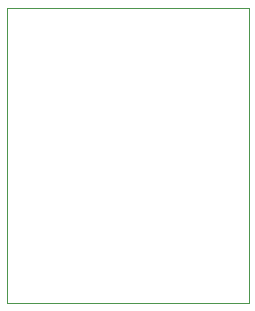
<source format=gbr>
%TF.GenerationSoftware,KiCad,Pcbnew,(6.0.8-1)-1*%
%TF.CreationDate,2023-07-28T17:56:29-05:00*%
%TF.ProjectId,FSR Adaptor,46535220-4164-4617-9074-6f722e6b6963,rev?*%
%TF.SameCoordinates,Original*%
%TF.FileFunction,Profile,NP*%
%FSLAX46Y46*%
G04 Gerber Fmt 4.6, Leading zero omitted, Abs format (unit mm)*
G04 Created by KiCad (PCBNEW (6.0.8-1)-1) date 2023-07-28 17:56:29*
%MOMM*%
%LPD*%
G01*
G04 APERTURE LIST*
%TA.AperFunction,Profile*%
%ADD10C,0.100000*%
%TD*%
G04 APERTURE END LIST*
D10*
X50000000Y-50000000D02*
X70500000Y-50000000D01*
X70500000Y-50000000D02*
X70500000Y-75000000D01*
X70500000Y-75000000D02*
X50000000Y-75000000D01*
X50000000Y-75000000D02*
X50000000Y-50000000D01*
M02*

</source>
